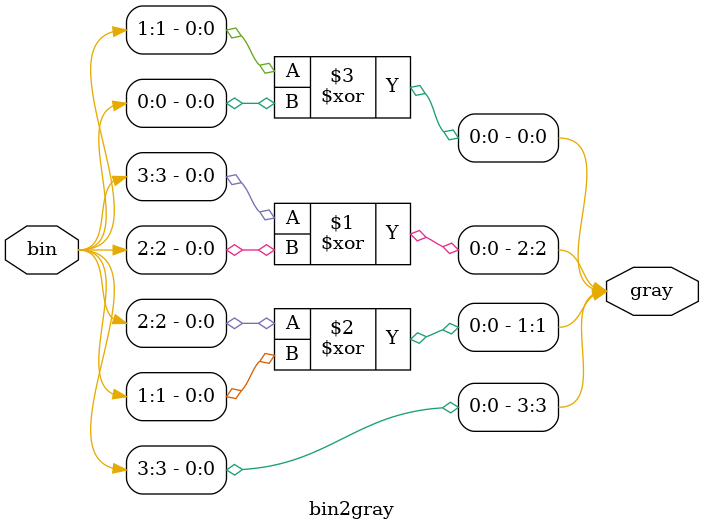
<source format=v>
module bin2gray(
		input [3:0]bin,
		output [3:0]gray
		);

// Binary to Gray Converter	
assign gray[3] = bin[3];
assign gray[2] = bin[3] ^ bin[2];
assign gray[1] = bin[2] ^ bin[1];
assign gray[0] = bin[1] ^ bin[0];


endmodule


</source>
